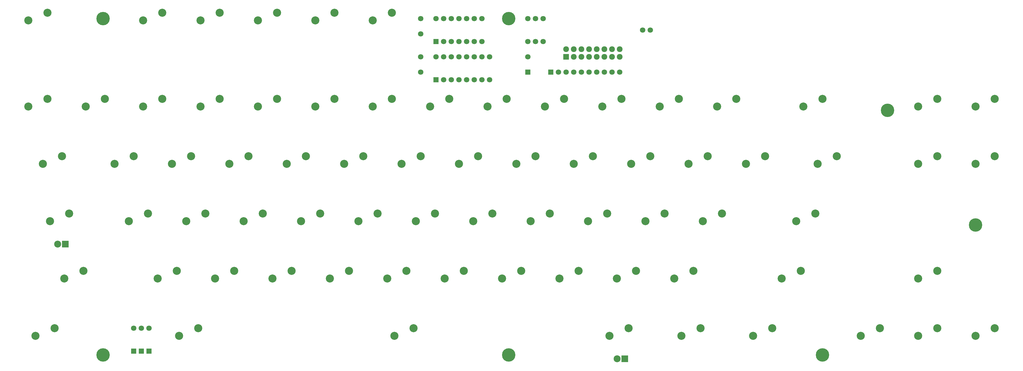
<source format=gbr>
G04 #@! TF.FileFunction,Soldermask,Top*
%FSLAX46Y46*%
G04 Gerber Fmt 4.6, Leading zero omitted, Abs format (unit mm)*
G04 Created by KiCad (PCBNEW 4.0.7) date 01/01/19 19:01:52*
%MOMM*%
%LPD*%
G01*
G04 APERTURE LIST*
%ADD10C,0.100000*%
%ADD11C,2.686000*%
%ADD12C,1.797000*%
%ADD13R,1.797000X1.797000*%
%ADD14C,4.464000*%
%ADD15R,1.924000X1.924000*%
%ADD16C,1.924000*%
%ADD17C,2.305000*%
%ADD18R,2.305000X2.305000*%
G04 APERTURE END LIST*
D10*
D11*
X245745000Y-119380000D03*
X239395000Y-121920000D03*
X74295000Y-119380000D03*
X67945000Y-121920000D03*
X93345000Y-119380000D03*
X86995000Y-121920000D03*
X112395000Y-119380000D03*
X106045000Y-121920000D03*
X131445000Y-119380000D03*
X125095000Y-121920000D03*
X150495000Y-119380000D03*
X144145000Y-121920000D03*
X169545000Y-119380000D03*
X163195000Y-121920000D03*
X188595000Y-119380000D03*
X182245000Y-121920000D03*
X207645000Y-119380000D03*
X201295000Y-121920000D03*
X226695000Y-119380000D03*
X220345000Y-121920000D03*
X264795000Y-119380000D03*
X258445000Y-121920000D03*
X283845000Y-119380000D03*
X277495000Y-121920000D03*
X317182500Y-138430000D03*
X310832500Y-140970000D03*
X274320000Y-138430000D03*
X267970000Y-140970000D03*
X293370000Y-138430000D03*
X287020000Y-140970000D03*
X260032500Y-157480000D03*
X253682500Y-160020000D03*
X279082500Y-157480000D03*
X272732500Y-160020000D03*
X55245000Y-119380000D03*
X48895000Y-121920000D03*
X231457500Y-176530000D03*
X225107500Y-179070000D03*
X250507500Y-176530000D03*
X244157500Y-179070000D03*
X269557500Y-176530000D03*
X263207500Y-179070000D03*
X295751250Y-195580000D03*
X289401250Y-198120000D03*
X88582500Y-157480000D03*
X82232500Y-160020000D03*
X174307500Y-176530000D03*
X167957500Y-179070000D03*
X136207500Y-176530000D03*
X129857500Y-179070000D03*
X126682500Y-157480000D03*
X120332500Y-160020000D03*
X121920000Y-138430000D03*
X115570000Y-140970000D03*
X145732500Y-157480000D03*
X139382500Y-160020000D03*
X164782500Y-157480000D03*
X158432500Y-160020000D03*
X183832500Y-157480000D03*
X177482500Y-160020000D03*
X217170000Y-138430000D03*
X210820000Y-140970000D03*
X202882500Y-157480000D03*
X196532500Y-160020000D03*
X221932500Y-157480000D03*
X215582500Y-160020000D03*
X240982500Y-157480000D03*
X234632500Y-160020000D03*
X212407500Y-176530000D03*
X206057500Y-179070000D03*
X193357500Y-176530000D03*
X187007500Y-179070000D03*
X236220000Y-138430000D03*
X229870000Y-140970000D03*
X255270000Y-138430000D03*
X248920000Y-140970000D03*
X83820000Y-138430000D03*
X77470000Y-140970000D03*
X140970000Y-138430000D03*
X134620000Y-140970000D03*
X107632500Y-157480000D03*
X101282500Y-160020000D03*
X160020000Y-138430000D03*
X153670000Y-140970000D03*
X198120000Y-138430000D03*
X191770000Y-140970000D03*
X155257500Y-176530000D03*
X148907500Y-179070000D03*
X102870000Y-138430000D03*
X96520000Y-140970000D03*
X117157500Y-176530000D03*
X110807500Y-179070000D03*
X179070000Y-138430000D03*
X172720000Y-140970000D03*
X98107500Y-176530000D03*
X91757500Y-179070000D03*
X67151250Y-176530000D03*
X60801250Y-179070000D03*
X57626250Y-195580000D03*
X51276250Y-198120000D03*
X105251250Y-195580000D03*
X98901250Y-198120000D03*
X62388750Y-157480000D03*
X56038750Y-160020000D03*
X248126250Y-195580000D03*
X241776250Y-198120000D03*
X93345000Y-90805000D03*
X86995000Y-93345000D03*
X112395000Y-90805000D03*
X106045000Y-93345000D03*
X131445000Y-90805000D03*
X125095000Y-93345000D03*
X150495000Y-90805000D03*
X144145000Y-93345000D03*
X169545000Y-90805000D03*
X163195000Y-93345000D03*
X55245000Y-90805000D03*
X48895000Y-93345000D03*
X60007500Y-138430000D03*
X53657500Y-140970000D03*
X369570000Y-138430000D03*
X363220000Y-140970000D03*
X312420000Y-119380000D03*
X306070000Y-121920000D03*
X310038750Y-157480000D03*
X303688750Y-160020000D03*
X176688750Y-195580000D03*
X170338750Y-198120000D03*
X369570000Y-119380000D03*
X363220000Y-121920000D03*
X350520000Y-119380000D03*
X344170000Y-121920000D03*
X350520000Y-138430000D03*
X344170000Y-140970000D03*
X331470000Y-195580000D03*
X325120000Y-198120000D03*
X350520000Y-176530000D03*
X344170000Y-179070000D03*
X350520000Y-195580000D03*
X344170000Y-198120000D03*
X369570000Y-195580000D03*
X363220000Y-198120000D03*
X271938750Y-195580000D03*
X265588750Y-198120000D03*
X305276250Y-176530000D03*
X298926250Y-179070000D03*
D12*
X179070000Y-105410000D03*
X179070000Y-110490000D03*
X179070000Y-92710000D03*
X179070000Y-97790000D03*
D13*
X214630000Y-110490000D03*
D12*
X214630000Y-105410000D03*
X252730000Y-96520000D03*
X255270000Y-96520000D03*
X83820000Y-195580000D03*
D13*
X83820000Y-203200000D03*
D12*
X86360000Y-195580000D03*
D13*
X86360000Y-203200000D03*
D12*
X88900000Y-195580000D03*
D13*
X88900000Y-203200000D03*
D14*
X73660000Y-92710000D03*
X208280000Y-92710000D03*
X334010000Y-123190000D03*
X73660000Y-204470000D03*
X208280000Y-204470000D03*
X312420000Y-204470000D03*
D15*
X227330000Y-105410000D03*
D16*
X227330000Y-102870000D03*
X229870000Y-105410000D03*
X229870000Y-102870000D03*
X232410000Y-105410000D03*
X232410000Y-102870000D03*
X234950000Y-105410000D03*
X234950000Y-102870000D03*
X237490000Y-105410000D03*
X237490000Y-102870000D03*
X240030000Y-105410000D03*
X240030000Y-102870000D03*
X242570000Y-105410000D03*
X242570000Y-102870000D03*
X245110000Y-105410000D03*
X245110000Y-102870000D03*
D12*
X219710000Y-100330000D03*
X219710000Y-92710000D03*
X214630000Y-100330000D03*
X214630000Y-92710000D03*
D13*
X222250000Y-110490000D03*
D12*
X224790000Y-110490000D03*
X227330000Y-110490000D03*
X229870000Y-110490000D03*
X232410000Y-110490000D03*
X234950000Y-110490000D03*
X237490000Y-110490000D03*
X240030000Y-110490000D03*
X242570000Y-110490000D03*
X245110000Y-110490000D03*
D13*
X184150000Y-113030000D03*
D12*
X186690000Y-113030000D03*
X189230000Y-113030000D03*
X191770000Y-113030000D03*
X194310000Y-113030000D03*
X196850000Y-113030000D03*
X199390000Y-113030000D03*
X201930000Y-113030000D03*
X201930000Y-105410000D03*
X199390000Y-105410000D03*
X196850000Y-105410000D03*
X194310000Y-105410000D03*
X191770000Y-105410000D03*
X189230000Y-105410000D03*
X186690000Y-105410000D03*
X184150000Y-105410000D03*
D13*
X184150000Y-100330000D03*
D12*
X186690000Y-100330000D03*
X189230000Y-100330000D03*
X191770000Y-100330000D03*
X194310000Y-100330000D03*
X196850000Y-100330000D03*
X199390000Y-100330000D03*
X199390000Y-92710000D03*
X196850000Y-92710000D03*
X194310000Y-92710000D03*
X191770000Y-92710000D03*
X189230000Y-92710000D03*
X186690000Y-92710000D03*
X184150000Y-92710000D03*
D14*
X363220000Y-161290000D03*
D17*
X244316250Y-205740000D03*
D18*
X246856250Y-205740000D03*
D12*
X217170000Y-100330000D03*
X217170000Y-92710000D03*
D17*
X58578750Y-167640000D03*
D18*
X61118750Y-167640000D03*
M02*

</source>
